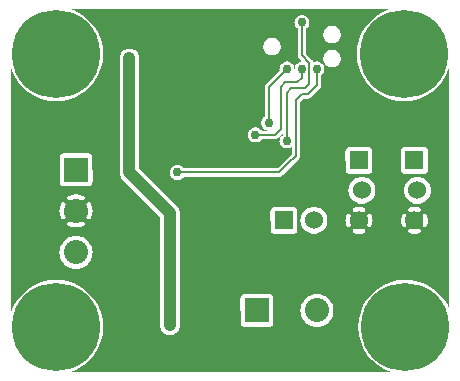
<source format=gbr>
G04 start of page 3 for group 1 idx 1 *
G04 Title: (unknown), bottom *
G04 Creator: pcb 20140316 *
G04 CreationDate: Tue 12 Jul 2016 01:46:57 AM GMT UTC *
G04 For: ndholmes *
G04 Format: Gerber/RS-274X *
G04 PCB-Dimensions (mil): 1500.00 1250.00 *
G04 PCB-Coordinate-Origin: lower left *
%MOIN*%
%FSLAX25Y25*%
%LNBOTTOM*%
%ADD47C,0.0380*%
%ADD46C,0.0480*%
%ADD45C,0.0472*%
%ADD44C,0.0390*%
%ADD43C,0.1285*%
%ADD42C,0.0150*%
%ADD41C,0.0140*%
%ADD40C,0.0300*%
%ADD39C,0.0600*%
%ADD38C,0.0800*%
%ADD37C,0.2937*%
%ADD36C,0.0400*%
%ADD35C,0.0080*%
%ADD34C,0.0001*%
G54D34*G36*
X88995Y79600D02*X89945D01*
X90000Y79596D01*
X90220Y79613D01*
X90434Y79664D01*
X90638Y79749D01*
X90825Y79864D01*
X90993Y80007D01*
X91029Y80049D01*
X92600Y81620D01*
Y81074D01*
X92526Y81029D01*
X92227Y80773D01*
X91971Y80474D01*
X91766Y80138D01*
X91615Y79775D01*
X91523Y79392D01*
X91492Y79000D01*
X91523Y78608D01*
X91615Y78225D01*
X91766Y77862D01*
X91971Y77526D01*
X92227Y77227D01*
X92526Y76971D01*
X92862Y76766D01*
X93225Y76615D01*
X93608Y76523D01*
X94000Y76492D01*
X94392Y76523D01*
X94775Y76615D01*
X95138Y76766D01*
X95474Y76971D01*
X95600Y77079D01*
Y74580D01*
X90920Y69900D01*
X88995D01*
Y79600D01*
G37*
G36*
X118000Y14378D02*X118538Y12138D01*
X119482Y9858D01*
X120772Y7753D01*
X122376Y5876D01*
X124253Y4272D01*
X126358Y2982D01*
X128638Y2038D01*
X128795Y2000D01*
X118000D01*
Y14378D01*
G37*
G36*
X140113Y93970D02*X140142Y93982D01*
X142247Y95272D01*
X144124Y96876D01*
X145728Y98753D01*
X147018Y100858D01*
X147962Y103138D01*
X148000Y103295D01*
Y22978D01*
X147518Y24142D01*
X146228Y26247D01*
X144624Y28124D01*
X142747Y29728D01*
X140642Y31018D01*
X140113Y31237D01*
Y50353D01*
X140156Y50360D01*
X140268Y50397D01*
X140373Y50452D01*
X140468Y50522D01*
X140551Y50606D01*
X140619Y50702D01*
X140670Y50808D01*
X140818Y51216D01*
X140922Y51637D01*
X140984Y52067D01*
X141005Y52500D01*
X140984Y52933D01*
X140922Y53363D01*
X140818Y53784D01*
X140675Y54194D01*
X140622Y54300D01*
X140553Y54396D01*
X140470Y54481D01*
X140375Y54551D01*
X140269Y54606D01*
X140157Y54643D01*
X140113Y54651D01*
Y58824D01*
X140153Y58848D01*
X140692Y59308D01*
X141152Y59847D01*
X141522Y60451D01*
X141793Y61105D01*
X141958Y61794D01*
X142000Y62500D01*
X141958Y63206D01*
X141793Y63895D01*
X141522Y64549D01*
X141152Y65153D01*
X140692Y65692D01*
X140153Y66152D01*
X140113Y66176D01*
Y68130D01*
X140183Y68159D01*
X140384Y68283D01*
X140564Y68436D01*
X140717Y68616D01*
X140841Y68817D01*
X140931Y69035D01*
X140986Y69265D01*
X141000Y69500D01*
X140986Y75735D01*
X140931Y75965D01*
X140841Y76183D01*
X140717Y76384D01*
X140564Y76564D01*
X140384Y76717D01*
X140183Y76841D01*
X140113Y76870D01*
Y93970D01*
G37*
G36*
Y66176D02*X139549Y66522D01*
X138895Y66793D01*
X138206Y66958D01*
X137500Y67014D01*
X136794Y66958D01*
X136500Y66888D01*
Y68007D01*
X139735Y68014D01*
X139965Y68069D01*
X140113Y68130D01*
Y66176D01*
G37*
G36*
Y31237D02*X138362Y31962D01*
X136500Y32409D01*
Y47995D01*
X136933Y48016D01*
X137363Y48078D01*
X137784Y48182D01*
X138194Y48325D01*
X138300Y48378D01*
X138396Y48447D01*
X138481Y48530D01*
X138551Y48625D01*
X138606Y48731D01*
X138643Y48843D01*
X138663Y48960D01*
X138664Y49079D01*
X138646Y49196D01*
X138610Y49309D01*
X138557Y49415D01*
X138488Y49512D01*
X138405Y49596D01*
X138309Y49667D01*
X138204Y49721D01*
X138092Y49759D01*
X137975Y49778D01*
X137856Y49779D01*
X137739Y49761D01*
X137626Y49723D01*
X137355Y49624D01*
X137075Y49556D01*
X136789Y49514D01*
X136500Y49500D01*
Y55500D01*
X136789Y55486D01*
X137075Y55444D01*
X137355Y55376D01*
X137628Y55280D01*
X137739Y55242D01*
X137856Y55225D01*
X137974Y55225D01*
X138091Y55245D01*
X138203Y55282D01*
X138307Y55336D01*
X138402Y55406D01*
X138485Y55491D01*
X138554Y55587D01*
X138607Y55692D01*
X138643Y55805D01*
X138660Y55921D01*
X138659Y56039D01*
X138640Y56156D01*
X138603Y56268D01*
X138548Y56373D01*
X138478Y56468D01*
X138394Y56551D01*
X138298Y56619D01*
X138192Y56670D01*
X137784Y56818D01*
X137363Y56922D01*
X136933Y56984D01*
X136500Y57005D01*
Y58112D01*
X136794Y58042D01*
X137500Y57986D01*
X138206Y58042D01*
X138895Y58207D01*
X139549Y58478D01*
X140113Y58824D01*
Y54651D01*
X140040Y54663D01*
X139921Y54664D01*
X139804Y54646D01*
X139691Y54610D01*
X139585Y54557D01*
X139488Y54488D01*
X139404Y54405D01*
X139333Y54309D01*
X139279Y54204D01*
X139241Y54092D01*
X139222Y53975D01*
X139221Y53856D01*
X139239Y53739D01*
X139277Y53626D01*
X139376Y53355D01*
X139444Y53075D01*
X139486Y52789D01*
X139500Y52500D01*
X139486Y52211D01*
X139444Y51925D01*
X139376Y51645D01*
X139280Y51372D01*
X139242Y51261D01*
X139225Y51144D01*
X139225Y51026D01*
X139245Y50909D01*
X139282Y50797D01*
X139336Y50693D01*
X139406Y50598D01*
X139491Y50515D01*
X139587Y50446D01*
X139692Y50393D01*
X139805Y50357D01*
X139921Y50340D01*
X140039Y50341D01*
X140113Y50353D01*
Y31237D01*
G37*
G36*
X136500Y92711D02*X137862Y93038D01*
X140113Y93970D01*
Y76870D01*
X139965Y76931D01*
X139735Y76986D01*
X139500Y77000D01*
X136500Y76993D01*
Y92711D01*
G37*
G36*
X132887Y68130D02*X133035Y68069D01*
X133265Y68014D01*
X133500Y68000D01*
X136500Y68007D01*
Y66888D01*
X136105Y66793D01*
X135451Y66522D01*
X134847Y66152D01*
X134308Y65692D01*
X133848Y65153D01*
X133478Y64549D01*
X133207Y63895D01*
X133042Y63206D01*
X132986Y62500D01*
X133042Y61794D01*
X133207Y61105D01*
X133478Y60451D01*
X133848Y59847D01*
X134308Y59308D01*
X134847Y58848D01*
X135451Y58478D01*
X136105Y58207D01*
X136500Y58112D01*
Y57005D01*
X136067Y56984D01*
X135637Y56922D01*
X135216Y56818D01*
X134806Y56675D01*
X134700Y56622D01*
X134604Y56553D01*
X134519Y56470D01*
X134449Y56375D01*
X134394Y56269D01*
X134357Y56157D01*
X134337Y56040D01*
X134336Y55921D01*
X134354Y55804D01*
X134390Y55691D01*
X134443Y55585D01*
X134512Y55488D01*
X134595Y55404D01*
X134691Y55333D01*
X134796Y55279D01*
X134908Y55241D01*
X135025Y55222D01*
X135144Y55221D01*
X135261Y55239D01*
X135374Y55277D01*
X135645Y55376D01*
X135925Y55444D01*
X136211Y55486D01*
X136500Y55500D01*
Y49500D01*
X136211Y49514D01*
X135925Y49556D01*
X135645Y49624D01*
X135372Y49720D01*
X135261Y49758D01*
X135144Y49775D01*
X135026Y49775D01*
X134909Y49755D01*
X134797Y49718D01*
X134693Y49664D01*
X134598Y49594D01*
X134515Y49509D01*
X134446Y49413D01*
X134393Y49308D01*
X134357Y49195D01*
X134340Y49079D01*
X134341Y48961D01*
X134360Y48844D01*
X134397Y48732D01*
X134452Y48627D01*
X134522Y48532D01*
X134606Y48449D01*
X134702Y48381D01*
X134808Y48330D01*
X135216Y48182D01*
X135637Y48078D01*
X136067Y48016D01*
X136500Y47995D01*
Y32409D01*
X135961Y32539D01*
X133500Y32732D01*
X132887Y32684D01*
Y50349D01*
X132960Y50337D01*
X133079Y50336D01*
X133196Y50354D01*
X133309Y50390D01*
X133415Y50443D01*
X133512Y50512D01*
X133596Y50595D01*
X133667Y50691D01*
X133721Y50796D01*
X133759Y50908D01*
X133778Y51025D01*
X133779Y51144D01*
X133761Y51261D01*
X133723Y51374D01*
X133624Y51645D01*
X133556Y51925D01*
X133514Y52211D01*
X133500Y52500D01*
X133514Y52789D01*
X133556Y53075D01*
X133624Y53355D01*
X133720Y53628D01*
X133758Y53739D01*
X133775Y53856D01*
X133775Y53974D01*
X133755Y54091D01*
X133718Y54203D01*
X133664Y54307D01*
X133594Y54402D01*
X133509Y54485D01*
X133413Y54554D01*
X133308Y54607D01*
X133195Y54643D01*
X133079Y54660D01*
X132961Y54659D01*
X132887Y54647D01*
Y68130D01*
G37*
G36*
Y92277D02*X133000Y92268D01*
X135461Y92461D01*
X136500Y92711D01*
Y76993D01*
X133265Y76986D01*
X133035Y76931D01*
X132887Y76870D01*
Y92277D01*
G37*
G36*
X121613Y97183D02*X121876Y96876D01*
X123753Y95272D01*
X125858Y93982D01*
X128138Y93038D01*
X130539Y92461D01*
X132887Y92277D01*
Y76870D01*
X132817Y76841D01*
X132616Y76717D01*
X132436Y76564D01*
X132283Y76384D01*
X132159Y76183D01*
X132069Y75965D01*
X132014Y75735D01*
X132000Y75500D01*
X132014Y69265D01*
X132069Y69035D01*
X132159Y68817D01*
X132283Y68616D01*
X132436Y68436D01*
X132616Y68283D01*
X132817Y68159D01*
X132887Y68130D01*
Y54647D01*
X132844Y54640D01*
X132732Y54603D01*
X132627Y54548D01*
X132532Y54478D01*
X132449Y54394D01*
X132381Y54298D01*
X132330Y54192D01*
X132182Y53784D01*
X132078Y53363D01*
X132016Y52933D01*
X131995Y52500D01*
X132016Y52067D01*
X132078Y51637D01*
X132182Y51216D01*
X132325Y50806D01*
X132378Y50700D01*
X132447Y50604D01*
X132530Y50519D01*
X132625Y50449D01*
X132731Y50394D01*
X132843Y50357D01*
X132887Y50349D01*
Y32684D01*
X131039Y32539D01*
X128638Y31962D01*
X126358Y31018D01*
X124253Y29728D01*
X122376Y28124D01*
X121613Y27232D01*
Y50353D01*
X121656Y50360D01*
X121768Y50397D01*
X121873Y50452D01*
X121968Y50522D01*
X122051Y50606D01*
X122119Y50702D01*
X122170Y50808D01*
X122318Y51216D01*
X122422Y51637D01*
X122484Y52067D01*
X122505Y52500D01*
X122484Y52933D01*
X122422Y53363D01*
X122318Y53784D01*
X122175Y54194D01*
X122122Y54300D01*
X122053Y54396D01*
X121970Y54481D01*
X121875Y54551D01*
X121769Y54606D01*
X121657Y54643D01*
X121613Y54651D01*
Y58824D01*
X121653Y58848D01*
X122192Y59308D01*
X122652Y59847D01*
X123022Y60451D01*
X123293Y61105D01*
X123458Y61794D01*
X123500Y62500D01*
X123458Y63206D01*
X123293Y63895D01*
X123022Y64549D01*
X122652Y65153D01*
X122192Y65692D01*
X121653Y66152D01*
X121613Y66176D01*
Y68130D01*
X121683Y68159D01*
X121884Y68283D01*
X122064Y68436D01*
X122217Y68616D01*
X122341Y68817D01*
X122431Y69035D01*
X122486Y69265D01*
X122500Y69500D01*
X122486Y75735D01*
X122431Y75965D01*
X122341Y76183D01*
X122217Y76384D01*
X122064Y76564D01*
X121884Y76717D01*
X121683Y76841D01*
X121613Y76870D01*
Y97183D01*
G37*
G36*
Y66176D02*X121049Y66522D01*
X120395Y66793D01*
X119706Y66958D01*
X119000Y67014D01*
X118294Y66958D01*
X118000Y66888D01*
Y68007D01*
X121235Y68014D01*
X121465Y68069D01*
X121613Y68130D01*
Y66176D01*
G37*
G36*
Y27232D02*X120772Y26247D01*
X119482Y24142D01*
X118538Y21862D01*
X118000Y19622D01*
Y47995D01*
X118433Y48016D01*
X118863Y48078D01*
X119284Y48182D01*
X119694Y48325D01*
X119800Y48378D01*
X119896Y48447D01*
X119981Y48530D01*
X120051Y48625D01*
X120106Y48731D01*
X120143Y48843D01*
X120163Y48960D01*
X120164Y49079D01*
X120146Y49196D01*
X120110Y49309D01*
X120057Y49415D01*
X119988Y49512D01*
X119905Y49596D01*
X119809Y49667D01*
X119704Y49721D01*
X119592Y49759D01*
X119475Y49778D01*
X119356Y49779D01*
X119239Y49761D01*
X119126Y49723D01*
X118855Y49624D01*
X118575Y49556D01*
X118289Y49514D01*
X118000Y49500D01*
Y55500D01*
X118289Y55486D01*
X118575Y55444D01*
X118855Y55376D01*
X119128Y55280D01*
X119239Y55242D01*
X119356Y55225D01*
X119474Y55225D01*
X119591Y55245D01*
X119703Y55282D01*
X119807Y55336D01*
X119902Y55406D01*
X119985Y55491D01*
X120054Y55587D01*
X120107Y55692D01*
X120143Y55805D01*
X120160Y55921D01*
X120159Y56039D01*
X120140Y56156D01*
X120103Y56268D01*
X120048Y56373D01*
X119978Y56468D01*
X119894Y56551D01*
X119798Y56619D01*
X119692Y56670D01*
X119284Y56818D01*
X118863Y56922D01*
X118433Y56984D01*
X118000Y57005D01*
Y58112D01*
X118294Y58042D01*
X119000Y57986D01*
X119706Y58042D01*
X120395Y58207D01*
X121049Y58478D01*
X121613Y58824D01*
Y54651D01*
X121540Y54663D01*
X121421Y54664D01*
X121304Y54646D01*
X121191Y54610D01*
X121085Y54557D01*
X120988Y54488D01*
X120904Y54405D01*
X120833Y54309D01*
X120779Y54204D01*
X120741Y54092D01*
X120722Y53975D01*
X120721Y53856D01*
X120739Y53739D01*
X120777Y53626D01*
X120876Y53355D01*
X120944Y53075D01*
X120986Y52789D01*
X121000Y52500D01*
X120986Y52211D01*
X120944Y51925D01*
X120876Y51645D01*
X120780Y51372D01*
X120742Y51261D01*
X120725Y51144D01*
X120725Y51026D01*
X120745Y50909D01*
X120782Y50797D01*
X120836Y50693D01*
X120906Y50598D01*
X120991Y50515D01*
X121087Y50446D01*
X121192Y50393D01*
X121305Y50357D01*
X121421Y50340D01*
X121539Y50341D01*
X121613Y50353D01*
Y27232D01*
G37*
G36*
X118000Y103295D02*X118038Y103138D01*
X118982Y100858D01*
X120272Y98753D01*
X121613Y97183D01*
Y76870D01*
X121465Y76931D01*
X121235Y76986D01*
X121000Y77000D01*
X118000Y76993D01*
Y103295D01*
G37*
G36*
Y123000D02*X128295D01*
X128138Y122962D01*
X125858Y122018D01*
X123753Y120728D01*
X121876Y119124D01*
X120272Y117247D01*
X118982Y115142D01*
X118038Y112862D01*
X118000Y112705D01*
Y123000D01*
G37*
G36*
X114387Y68130D02*X114535Y68069D01*
X114765Y68014D01*
X115000Y68000D01*
X118000Y68007D01*
Y66888D01*
X117605Y66793D01*
X116951Y66522D01*
X116347Y66152D01*
X115808Y65692D01*
X115348Y65153D01*
X114978Y64549D01*
X114707Y63895D01*
X114542Y63206D01*
X114486Y62500D01*
X114542Y61794D01*
X114707Y61105D01*
X114978Y60451D01*
X115348Y59847D01*
X115808Y59308D01*
X116347Y58848D01*
X116951Y58478D01*
X117605Y58207D01*
X118000Y58112D01*
Y57005D01*
X117567Y56984D01*
X117137Y56922D01*
X116716Y56818D01*
X116306Y56675D01*
X116200Y56622D01*
X116104Y56553D01*
X116019Y56470D01*
X115949Y56375D01*
X115894Y56269D01*
X115857Y56157D01*
X115837Y56040D01*
X115836Y55921D01*
X115854Y55804D01*
X115890Y55691D01*
X115943Y55585D01*
X116012Y55488D01*
X116095Y55404D01*
X116191Y55333D01*
X116296Y55279D01*
X116408Y55241D01*
X116525Y55222D01*
X116644Y55221D01*
X116761Y55239D01*
X116874Y55277D01*
X117145Y55376D01*
X117425Y55444D01*
X117711Y55486D01*
X118000Y55500D01*
Y49500D01*
X117711Y49514D01*
X117425Y49556D01*
X117145Y49624D01*
X116872Y49720D01*
X116761Y49758D01*
X116644Y49775D01*
X116526Y49775D01*
X116409Y49755D01*
X116297Y49718D01*
X116193Y49664D01*
X116098Y49594D01*
X116015Y49509D01*
X115946Y49413D01*
X115893Y49308D01*
X115857Y49195D01*
X115840Y49079D01*
X115841Y48961D01*
X115860Y48844D01*
X115897Y48732D01*
X115952Y48627D01*
X116022Y48532D01*
X116106Y48449D01*
X116202Y48381D01*
X116308Y48330D01*
X116716Y48182D01*
X117137Y48078D01*
X117567Y48016D01*
X118000Y47995D01*
Y19622D01*
X117961Y19461D01*
X117768Y17000D01*
X117961Y14539D01*
X118000Y14378D01*
Y2000D01*
X114387D01*
Y50349D01*
X114460Y50337D01*
X114579Y50336D01*
X114696Y50354D01*
X114809Y50390D01*
X114915Y50443D01*
X115012Y50512D01*
X115096Y50595D01*
X115167Y50691D01*
X115221Y50796D01*
X115259Y50908D01*
X115278Y51025D01*
X115279Y51144D01*
X115261Y51261D01*
X115223Y51374D01*
X115124Y51645D01*
X115056Y51925D01*
X115014Y52211D01*
X115000Y52500D01*
X115014Y52789D01*
X115056Y53075D01*
X115124Y53355D01*
X115220Y53628D01*
X115258Y53739D01*
X115275Y53856D01*
X115275Y53974D01*
X115255Y54091D01*
X115218Y54203D01*
X115164Y54307D01*
X115094Y54402D01*
X115009Y54485D01*
X114913Y54554D01*
X114808Y54607D01*
X114695Y54643D01*
X114579Y54660D01*
X114461Y54659D01*
X114387Y54647D01*
Y68130D01*
G37*
G36*
Y123000D02*X118000D01*
Y112705D01*
X117461Y110461D01*
X117268Y108000D01*
X117461Y105539D01*
X118000Y103295D01*
Y76993D01*
X114765Y76986D01*
X114535Y76931D01*
X114387Y76870D01*
Y123000D01*
G37*
G36*
X108995D02*X114387D01*
Y76870D01*
X114317Y76841D01*
X114116Y76717D01*
X113936Y76564D01*
X113783Y76384D01*
X113659Y76183D01*
X113569Y75965D01*
X113514Y75735D01*
X113500Y75500D01*
X113514Y69265D01*
X113569Y69035D01*
X113659Y68817D01*
X113783Y68616D01*
X113936Y68436D01*
X114116Y68283D01*
X114317Y68159D01*
X114387Y68130D01*
Y54647D01*
X114344Y54640D01*
X114232Y54603D01*
X114127Y54548D01*
X114032Y54478D01*
X113949Y54394D01*
X113881Y54298D01*
X113830Y54192D01*
X113682Y53784D01*
X113578Y53363D01*
X113516Y52933D01*
X113495Y52500D01*
X113516Y52067D01*
X113578Y51637D01*
X113682Y51216D01*
X113825Y50806D01*
X113878Y50700D01*
X113947Y50604D01*
X114030Y50519D01*
X114125Y50449D01*
X114231Y50394D01*
X114343Y50357D01*
X114387Y50349D01*
Y2000D01*
X108995D01*
Y20188D01*
X109247Y20795D01*
X109449Y21637D01*
X109500Y22500D01*
X109449Y23363D01*
X109247Y24205D01*
X108995Y24812D01*
Y103541D01*
X109000Y103541D01*
X109463Y103577D01*
X109914Y103686D01*
X110343Y103863D01*
X110739Y104106D01*
X111092Y104408D01*
X111394Y104761D01*
X111637Y105157D01*
X111814Y105586D01*
X111923Y106037D01*
X111950Y106500D01*
X111923Y106963D01*
X111814Y107414D01*
X111637Y107843D01*
X111394Y108239D01*
X111092Y108592D01*
X110739Y108894D01*
X110343Y109137D01*
X109914Y109314D01*
X109463Y109423D01*
X109000Y109459D01*
X108995Y109459D01*
Y111541D01*
X109000Y111541D01*
X109463Y111577D01*
X109914Y111686D01*
X110343Y111863D01*
X110739Y112106D01*
X111092Y112408D01*
X111394Y112761D01*
X111637Y113157D01*
X111814Y113586D01*
X111923Y114037D01*
X111950Y114500D01*
X111923Y114963D01*
X111814Y115414D01*
X111637Y115843D01*
X111394Y116239D01*
X111092Y116592D01*
X110739Y116894D01*
X110343Y117137D01*
X109914Y117314D01*
X109463Y117423D01*
X109000Y117459D01*
X108995Y117459D01*
Y123000D01*
G37*
G36*
X102993Y17086D02*X103137Y17051D01*
X104000Y16983D01*
X104863Y17051D01*
X105705Y17253D01*
X106505Y17584D01*
X107243Y18037D01*
X107901Y18599D01*
X108463Y19257D01*
X108916Y19995D01*
X108995Y20188D01*
Y2000D01*
X102993D01*
Y17086D01*
G37*
G36*
Y123000D02*X108995D01*
Y117459D01*
X108537Y117423D01*
X108086Y117314D01*
X107657Y117137D01*
X107261Y116894D01*
X106908Y116592D01*
X106606Y116239D01*
X106363Y115843D01*
X106186Y115414D01*
X106077Y114963D01*
X106041Y114500D01*
X106077Y114037D01*
X106186Y113586D01*
X106363Y113157D01*
X106606Y112761D01*
X106908Y112408D01*
X107261Y112106D01*
X107657Y111863D01*
X108086Y111686D01*
X108537Y111577D01*
X108995Y111541D01*
Y109459D01*
X108537Y109423D01*
X108086Y109314D01*
X107657Y109137D01*
X107261Y108894D01*
X106908Y108592D01*
X106606Y108239D01*
X106363Y107843D01*
X106186Y107414D01*
X106077Y106963D01*
X106041Y106500D01*
X106077Y106037D01*
X106186Y105586D01*
X106363Y105157D01*
X106606Y104761D01*
X106908Y104408D01*
X107261Y104106D01*
X107657Y103863D01*
X108086Y103686D01*
X108537Y103577D01*
X108995Y103541D01*
Y24812D01*
X108916Y25005D01*
X108463Y25743D01*
X107901Y26401D01*
X107243Y26963D01*
X106505Y27416D01*
X105705Y27747D01*
X104863Y27949D01*
X104000Y28017D01*
X103137Y27949D01*
X102993Y27914D01*
Y47987D01*
X103000Y47986D01*
X103706Y48042D01*
X104395Y48207D01*
X105049Y48478D01*
X105653Y48848D01*
X106192Y49308D01*
X106652Y49847D01*
X107022Y50451D01*
X107293Y51105D01*
X107458Y51794D01*
X107500Y52500D01*
X107458Y53206D01*
X107293Y53895D01*
X107022Y54549D01*
X106652Y55153D01*
X106192Y55692D01*
X105653Y56152D01*
X105049Y56522D01*
X104395Y56793D01*
X103706Y56958D01*
X103000Y57014D01*
X102993Y57013D01*
Y94513D01*
X104951Y96471D01*
X104993Y96507D01*
X105136Y96674D01*
X105136Y96675D01*
X105251Y96862D01*
X105336Y97066D01*
X105387Y97280D01*
X105404Y97500D01*
X105400Y97555D01*
Y100926D01*
X105474Y100971D01*
X105773Y101227D01*
X106029Y101526D01*
X106234Y101862D01*
X106385Y102225D01*
X106477Y102608D01*
X106500Y103000D01*
X106477Y103392D01*
X106385Y103775D01*
X106234Y104138D01*
X106029Y104474D01*
X105773Y104773D01*
X105474Y105029D01*
X105138Y105234D01*
X104775Y105385D01*
X104392Y105477D01*
X104000Y105508D01*
X103608Y105477D01*
X103225Y105385D01*
X102993Y105289D01*
Y123000D01*
G37*
G36*
Y27914D02*X102295Y27747D01*
X101495Y27416D01*
X100757Y26963D01*
X100099Y26401D01*
X99537Y25743D01*
X99084Y25005D01*
X98753Y24205D01*
X98551Y23363D01*
X98483Y22500D01*
X98551Y21637D01*
X98753Y20795D01*
X99084Y19995D01*
X99537Y19257D01*
X100099Y18599D01*
X100757Y18037D01*
X101495Y17584D01*
X102295Y17253D01*
X102993Y17086D01*
Y2000D01*
X88995D01*
Y17378D01*
X89064Y17436D01*
X89217Y17616D01*
X89341Y17817D01*
X89431Y18035D01*
X89486Y18265D01*
X89500Y18500D01*
X89486Y26735D01*
X89431Y26965D01*
X89341Y27183D01*
X89217Y27384D01*
X89064Y27564D01*
X88995Y27622D01*
Y48385D01*
X89116Y48283D01*
X89317Y48159D01*
X89535Y48069D01*
X89765Y48014D01*
X90000Y48000D01*
X96235Y48014D01*
X96465Y48069D01*
X96683Y48159D01*
X96884Y48283D01*
X97064Y48436D01*
X97217Y48616D01*
X97341Y48817D01*
X97431Y49035D01*
X97486Y49265D01*
X97500Y49500D01*
X97486Y55735D01*
X97431Y55965D01*
X97341Y56183D01*
X97217Y56384D01*
X97064Y56564D01*
X96884Y56717D01*
X96683Y56841D01*
X96465Y56931D01*
X96235Y56986D01*
X96000Y57000D01*
X89765Y56986D01*
X89535Y56931D01*
X89317Y56841D01*
X89116Y56717D01*
X88995Y56615D01*
Y67100D01*
X91445D01*
X91500Y67096D01*
X91720Y67113D01*
X91934Y67164D01*
X92138Y67249D01*
X92325Y67364D01*
X92493Y67507D01*
X92529Y67549D01*
X97951Y72971D01*
X97993Y73007D01*
X98136Y73174D01*
X98136Y73175D01*
X98251Y73362D01*
X98336Y73566D01*
X98387Y73780D01*
X98404Y74000D01*
X98400Y74055D01*
Y91920D01*
X99580Y93100D01*
X100945D01*
X101000Y93096D01*
X101220Y93113D01*
X101434Y93164D01*
X101638Y93249D01*
X101825Y93364D01*
X101993Y93507D01*
X102029Y93549D01*
X102993Y94513D01*
Y57013D01*
X102294Y56958D01*
X101605Y56793D01*
X100951Y56522D01*
X100347Y56152D01*
X99808Y55692D01*
X99348Y55153D01*
X98978Y54549D01*
X98707Y53895D01*
X98542Y53206D01*
X98486Y52500D01*
X98542Y51794D01*
X98707Y51105D01*
X98978Y50451D01*
X99348Y49847D01*
X99808Y49308D01*
X100347Y48848D01*
X100951Y48478D01*
X101605Y48207D01*
X102294Y48042D01*
X102993Y47987D01*
Y27914D01*
G37*
G36*
X88995Y123000D02*X102993D01*
Y105289D01*
X102882Y105243D01*
X102836Y105434D01*
X102751Y105638D01*
X102636Y105825D01*
X102636Y105826D01*
X102493Y105993D01*
X102451Y106029D01*
X100400Y108080D01*
Y116426D01*
X100474Y116471D01*
X100773Y116727D01*
X101029Y117026D01*
X101234Y117362D01*
X101385Y117725D01*
X101477Y118108D01*
X101500Y118500D01*
X101477Y118892D01*
X101385Y119275D01*
X101234Y119638D01*
X101029Y119974D01*
X100773Y120273D01*
X100474Y120529D01*
X100138Y120734D01*
X99775Y120885D01*
X99392Y120977D01*
X99000Y121008D01*
X98608Y120977D01*
X98225Y120885D01*
X97862Y120734D01*
X97526Y120529D01*
X97227Y120273D01*
X96971Y119974D01*
X96766Y119638D01*
X96615Y119275D01*
X96523Y118892D01*
X96492Y118500D01*
X96523Y118108D01*
X96615Y117725D01*
X96766Y117362D01*
X96971Y117026D01*
X97227Y116727D01*
X97526Y116471D01*
X97600Y116426D01*
Y107555D01*
X97596Y107500D01*
X97613Y107280D01*
X97664Y107066D01*
X97749Y106862D01*
X97864Y106675D01*
X97864Y106674D01*
X98007Y106507D01*
X98049Y106471D01*
X99013Y105507D01*
X99000Y105508D01*
X98608Y105477D01*
X98225Y105385D01*
X97862Y105234D01*
X97526Y105029D01*
X97227Y104773D01*
X96971Y104474D01*
X96766Y104138D01*
X96615Y103775D01*
X96523Y103392D01*
X96497Y103056D01*
X96477Y103392D01*
X96385Y103775D01*
X96234Y104138D01*
X96029Y104474D01*
X95773Y104773D01*
X95474Y105029D01*
X95138Y105234D01*
X94775Y105385D01*
X94392Y105477D01*
X94000Y105508D01*
X93608Y105477D01*
X93225Y105385D01*
X92862Y105234D01*
X92526Y105029D01*
X92227Y104773D01*
X91971Y104474D01*
X91766Y104138D01*
X91615Y103775D01*
X91523Y103392D01*
X91492Y103000D01*
X91523Y102608D01*
X91543Y102523D01*
X88995Y99975D01*
Y107541D01*
X89000Y107541D01*
X89463Y107577D01*
X89914Y107686D01*
X90343Y107863D01*
X90739Y108106D01*
X91092Y108408D01*
X91394Y108761D01*
X91637Y109157D01*
X91814Y109586D01*
X91923Y110037D01*
X91950Y110500D01*
X91923Y110963D01*
X91814Y111414D01*
X91637Y111843D01*
X91394Y112239D01*
X91092Y112592D01*
X90739Y112894D01*
X90343Y113137D01*
X89914Y113314D01*
X89463Y113423D01*
X89000Y113459D01*
X88995Y113459D01*
Y123000D01*
G37*
G36*
Y27622D02*X88884Y27717D01*
X88683Y27841D01*
X88465Y27931D01*
X88235Y27986D01*
X88000Y28000D01*
X80746Y27988D01*
Y67100D01*
X88995D01*
Y56615D01*
X88936Y56564D01*
X88783Y56384D01*
X88659Y56183D01*
X88569Y55965D01*
X88514Y55735D01*
X88500Y55500D01*
X88514Y49265D01*
X88569Y49035D01*
X88659Y48817D01*
X88783Y48616D01*
X88936Y48436D01*
X88995Y48385D01*
Y27622D01*
G37*
G36*
Y2000D02*X80746D01*
Y17001D01*
X88235Y17014D01*
X88465Y17069D01*
X88683Y17159D01*
X88884Y17283D01*
X88995Y17378D01*
Y2000D01*
G37*
G36*
X80746Y123000D02*X88995D01*
Y113459D01*
X88537Y113423D01*
X88086Y113314D01*
X87657Y113137D01*
X87261Y112894D01*
X86908Y112592D01*
X86606Y112239D01*
X86363Y111843D01*
X86186Y111414D01*
X86077Y110963D01*
X86041Y110500D01*
X86077Y110037D01*
X86186Y109586D01*
X86363Y109157D01*
X86606Y108761D01*
X86908Y108408D01*
X87261Y108106D01*
X87657Y107863D01*
X88086Y107686D01*
X88537Y107577D01*
X88995Y107541D01*
Y99975D01*
X87049Y98029D01*
X87007Y97993D01*
X86864Y97825D01*
X86749Y97638D01*
X86664Y97434D01*
X86613Y97220D01*
X86613Y97219D01*
X86596Y97000D01*
X86600Y96945D01*
Y87191D01*
X86467Y87110D01*
X86156Y86844D01*
X85890Y86533D01*
X85676Y86184D01*
X85520Y85806D01*
X85424Y85408D01*
X85392Y85000D01*
X85424Y84592D01*
X85520Y84194D01*
X85676Y83816D01*
X85890Y83467D01*
X86156Y83156D01*
X86467Y82890D01*
X86816Y82676D01*
X87194Y82520D01*
X87592Y82424D01*
X87898Y82400D01*
X85574D01*
X85529Y82474D01*
X85273Y82773D01*
X84974Y83029D01*
X84638Y83234D01*
X84275Y83385D01*
X83892Y83477D01*
X83500Y83508D01*
X83108Y83477D01*
X82725Y83385D01*
X82362Y83234D01*
X82026Y83029D01*
X81727Y82773D01*
X81471Y82474D01*
X81266Y82138D01*
X81115Y81775D01*
X81023Y81392D01*
X80992Y81000D01*
X81023Y80608D01*
X81115Y80225D01*
X81266Y79862D01*
X81471Y79526D01*
X81727Y79227D01*
X82026Y78971D01*
X82362Y78766D01*
X82725Y78615D01*
X83108Y78523D01*
X83500Y78492D01*
X83892Y78523D01*
X84275Y78615D01*
X84638Y78766D01*
X84974Y78971D01*
X85273Y79227D01*
X85529Y79526D01*
X85574Y79600D01*
X88995D01*
Y69900D01*
X80746D01*
Y123000D01*
G37*
G36*
X48250D02*X80746D01*
Y69900D01*
X59574D01*
X59529Y69974D01*
X59273Y70273D01*
X58974Y70529D01*
X58638Y70734D01*
X58275Y70885D01*
X57892Y70977D01*
X57500Y71008D01*
X57108Y70977D01*
X56725Y70885D01*
X56362Y70734D01*
X56026Y70529D01*
X55727Y70273D01*
X55471Y69974D01*
X55266Y69638D01*
X55115Y69275D01*
X55023Y68892D01*
X54992Y68500D01*
X55023Y68108D01*
X55115Y67725D01*
X55266Y67362D01*
X55471Y67026D01*
X55727Y66727D01*
X56026Y66471D01*
X56362Y66266D01*
X56725Y66115D01*
X57108Y66023D01*
X57500Y65992D01*
X57892Y66023D01*
X58275Y66115D01*
X58638Y66266D01*
X58974Y66471D01*
X59273Y66727D01*
X59529Y67026D01*
X59574Y67100D01*
X80746D01*
Y27988D01*
X79765Y27986D01*
X79535Y27931D01*
X79317Y27841D01*
X79116Y27717D01*
X78936Y27564D01*
X78783Y27384D01*
X78659Y27183D01*
X78569Y26965D01*
X78514Y26735D01*
X78500Y26500D01*
X78514Y18265D01*
X78569Y18035D01*
X78659Y17817D01*
X78783Y17616D01*
X78936Y17436D01*
X79116Y17283D01*
X79317Y17159D01*
X79535Y17069D01*
X79765Y17014D01*
X80000Y17000D01*
X80746Y17001D01*
Y2000D01*
X48250D01*
Y57083D01*
X51700Y53633D01*
Y17500D01*
X51731Y16982D01*
X51852Y16477D01*
X52051Y15997D01*
X52322Y15554D01*
X52659Y15159D01*
X53054Y14822D01*
X53497Y14551D01*
X53977Y14352D01*
X54482Y14231D01*
X55000Y14190D01*
X55518Y14231D01*
X56023Y14352D01*
X56503Y14551D01*
X56946Y14822D01*
X57341Y15159D01*
X57678Y15554D01*
X57949Y15997D01*
X58148Y16477D01*
X58269Y16982D01*
X58300Y17500D01*
Y54871D01*
X58310Y55000D01*
X58269Y55517D01*
X58269Y55518D01*
X58148Y56023D01*
X57949Y56503D01*
X57678Y56946D01*
X57341Y57341D01*
X57242Y57425D01*
X48250Y66417D01*
Y123000D01*
G37*
G36*
X28166D02*X48250D01*
Y66417D01*
X44800Y69867D01*
Y106500D01*
X44769Y107018D01*
X44648Y107523D01*
X44449Y108003D01*
X44178Y108446D01*
X43841Y108841D01*
X43446Y109178D01*
X43003Y109449D01*
X42523Y109648D01*
X42018Y109769D01*
X41500Y109810D01*
X40982Y109769D01*
X40477Y109648D01*
X39997Y109449D01*
X39554Y109178D01*
X39159Y108841D01*
X38822Y108446D01*
X38551Y108003D01*
X38352Y107523D01*
X38231Y107018D01*
X38200Y106500D01*
Y68629D01*
X38190Y68500D01*
X38231Y67982D01*
X38231Y67982D01*
X38352Y67477D01*
X38551Y66997D01*
X38822Y66554D01*
X39159Y66159D01*
X39258Y66075D01*
X48250Y57083D01*
Y2000D01*
X28166D01*
Y5924D01*
X29728Y7753D01*
X31018Y9858D01*
X31962Y12138D01*
X32539Y14539D01*
X32684Y17000D01*
X32539Y19461D01*
X31962Y21862D01*
X31018Y24142D01*
X29728Y26247D01*
X28166Y28076D01*
Y38691D01*
X28589Y39381D01*
X28920Y40181D01*
X29122Y41023D01*
X29173Y41886D01*
X29122Y42749D01*
X28920Y43591D01*
X28589Y44391D01*
X28166Y45081D01*
Y52810D01*
X28251Y52846D01*
X28352Y52908D01*
X28442Y52984D01*
X28518Y53074D01*
X28578Y53176D01*
X28795Y53645D01*
X28962Y54134D01*
X29082Y54637D01*
X29155Y55149D01*
X29179Y55665D01*
X29155Y56181D01*
X29082Y56693D01*
X28962Y57196D01*
X28795Y57685D01*
X28583Y58157D01*
X28522Y58258D01*
X28445Y58349D01*
X28355Y58426D01*
X28253Y58488D01*
X28166Y58525D01*
Y64025D01*
X28356Y64104D01*
X28557Y64228D01*
X28737Y64381D01*
X28890Y64561D01*
X29014Y64762D01*
X29104Y64980D01*
X29159Y65210D01*
X29173Y65445D01*
X29159Y73680D01*
X29104Y73910D01*
X29014Y74128D01*
X28890Y74329D01*
X28737Y74509D01*
X28557Y74662D01*
X28356Y74786D01*
X28166Y74865D01*
Y96924D01*
X29728Y98753D01*
X31018Y100858D01*
X31962Y103138D01*
X32539Y105539D01*
X32684Y108000D01*
X32539Y110461D01*
X31962Y112862D01*
X31018Y115142D01*
X29728Y117247D01*
X28166Y119076D01*
Y123000D01*
G37*
G36*
Y74865D02*X28138Y74876D01*
X27908Y74931D01*
X27673Y74945D01*
X23673Y74938D01*
Y93788D01*
X24142Y93982D01*
X26247Y95272D01*
X28124Y96876D01*
X28166Y96924D01*
Y74865D01*
G37*
G36*
Y45081D02*X28136Y45129D01*
X27574Y45787D01*
X26916Y46349D01*
X26178Y46802D01*
X25378Y47133D01*
X24536Y47335D01*
X23673Y47403D01*
Y50159D01*
X24189Y50183D01*
X24701Y50256D01*
X25204Y50376D01*
X25693Y50543D01*
X26165Y50755D01*
X26266Y50816D01*
X26357Y50893D01*
X26434Y50983D01*
X26496Y51085D01*
X26542Y51194D01*
X26570Y51310D01*
X26579Y51428D01*
X26570Y51546D01*
X26543Y51662D01*
X26497Y51772D01*
X26435Y51873D01*
X26359Y51963D01*
X26268Y52041D01*
X26167Y52103D01*
X26058Y52149D01*
X25942Y52176D01*
X25824Y52186D01*
X25705Y52177D01*
X25590Y52149D01*
X25481Y52102D01*
X25141Y51944D01*
X24785Y51823D01*
X24420Y51735D01*
X24048Y51683D01*
X23673Y51665D01*
Y59665D01*
X24048Y59647D01*
X24420Y59595D01*
X24785Y59507D01*
X25141Y59386D01*
X25483Y59232D01*
X25591Y59185D01*
X25706Y59158D01*
X25824Y59148D01*
X25941Y59158D01*
X26056Y59186D01*
X26165Y59231D01*
X26266Y59293D01*
X26355Y59370D01*
X26432Y59460D01*
X26493Y59560D01*
X26538Y59669D01*
X26566Y59784D01*
X26575Y59902D01*
X26565Y60020D01*
X26538Y60134D01*
X26492Y60243D01*
X26430Y60344D01*
X26354Y60434D01*
X26264Y60510D01*
X26162Y60570D01*
X25693Y60787D01*
X25204Y60954D01*
X24701Y61074D01*
X24189Y61147D01*
X23673Y61171D01*
Y63952D01*
X27908Y63959D01*
X28138Y64014D01*
X28166Y64025D01*
Y58525D01*
X28144Y58534D01*
X28028Y58562D01*
X27910Y58571D01*
X27792Y58562D01*
X27676Y58535D01*
X27566Y58489D01*
X27465Y58427D01*
X27375Y58351D01*
X27297Y58260D01*
X27235Y58159D01*
X27189Y58050D01*
X27162Y57934D01*
X27152Y57816D01*
X27161Y57697D01*
X27189Y57582D01*
X27236Y57473D01*
X27394Y57133D01*
X27515Y56777D01*
X27603Y56412D01*
X27655Y56040D01*
X27673Y55665D01*
X27655Y55290D01*
X27603Y54918D01*
X27515Y54553D01*
X27394Y54197D01*
X27240Y53855D01*
X27193Y53747D01*
X27166Y53632D01*
X27156Y53514D01*
X27166Y53397D01*
X27194Y53282D01*
X27239Y53173D01*
X27301Y53072D01*
X27378Y52983D01*
X27468Y52906D01*
X27568Y52845D01*
X27677Y52800D01*
X27792Y52772D01*
X27910Y52763D01*
X28028Y52773D01*
X28142Y52800D01*
X28166Y52810D01*
Y45081D01*
G37*
G36*
Y28076D02*X28124Y28124D01*
X26247Y29728D01*
X24142Y31018D01*
X23673Y31212D01*
Y36369D01*
X24536Y36437D01*
X25378Y36639D01*
X26178Y36970D01*
X26916Y37423D01*
X27574Y37985D01*
X28136Y38643D01*
X28166Y38691D01*
Y28076D01*
G37*
G36*
Y2000D02*X23673D01*
Y2788D01*
X24142Y2982D01*
X26247Y4272D01*
X28124Y5876D01*
X28166Y5924D01*
Y2000D01*
G37*
G36*
X23673Y123000D02*X28166D01*
Y119076D01*
X28124Y119124D01*
X26247Y120728D01*
X24142Y122018D01*
X23673Y122212D01*
Y123000D01*
G37*
G36*
X19180Y64025D02*X19208Y64014D01*
X19438Y63959D01*
X19673Y63945D01*
X23673Y63952D01*
Y61171D01*
X23673D01*
X23157Y61147D01*
X22645Y61074D01*
X22142Y60954D01*
X21653Y60787D01*
X21181Y60575D01*
X21080Y60514D01*
X20989Y60437D01*
X20912Y60347D01*
X20850Y60245D01*
X20804Y60136D01*
X20776Y60020D01*
X20767Y59902D01*
X20776Y59784D01*
X20803Y59668D01*
X20849Y59558D01*
X20911Y59457D01*
X20987Y59367D01*
X21078Y59289D01*
X21179Y59227D01*
X21288Y59181D01*
X21404Y59154D01*
X21522Y59144D01*
X21641Y59153D01*
X21756Y59181D01*
X21865Y59228D01*
X22205Y59386D01*
X22561Y59507D01*
X22926Y59595D01*
X23298Y59647D01*
X23673Y59665D01*
Y51665D01*
X23298Y51683D01*
X22926Y51735D01*
X22561Y51823D01*
X22205Y51944D01*
X21863Y52098D01*
X21755Y52145D01*
X21640Y52172D01*
X21522Y52182D01*
X21405Y52172D01*
X21290Y52144D01*
X21181Y52099D01*
X21080Y52037D01*
X20991Y51960D01*
X20914Y51870D01*
X20853Y51770D01*
X20808Y51661D01*
X20780Y51546D01*
X20771Y51428D01*
X20781Y51310D01*
X20808Y51196D01*
X20854Y51087D01*
X20916Y50986D01*
X20992Y50896D01*
X21082Y50820D01*
X21184Y50760D01*
X21653Y50543D01*
X22142Y50376D01*
X22645Y50256D01*
X23157Y50183D01*
X23673Y50159D01*
X23673D01*
Y47403D01*
X22810Y47335D01*
X21968Y47133D01*
X21168Y46802D01*
X20430Y46349D01*
X19772Y45787D01*
X19210Y45129D01*
X19180Y45081D01*
Y52805D01*
X19202Y52796D01*
X19318Y52768D01*
X19436Y52759D01*
X19554Y52768D01*
X19670Y52795D01*
X19780Y52841D01*
X19881Y52903D01*
X19971Y52979D01*
X20049Y53070D01*
X20111Y53171D01*
X20157Y53280D01*
X20184Y53396D01*
X20194Y53514D01*
X20185Y53633D01*
X20157Y53748D01*
X20110Y53857D01*
X19952Y54197D01*
X19831Y54553D01*
X19743Y54918D01*
X19691Y55290D01*
X19673Y55665D01*
X19691Y56040D01*
X19743Y56412D01*
X19831Y56777D01*
X19952Y57133D01*
X20106Y57475D01*
X20153Y57583D01*
X20180Y57698D01*
X20190Y57816D01*
X20180Y57933D01*
X20152Y58048D01*
X20107Y58157D01*
X20045Y58258D01*
X19968Y58347D01*
X19878Y58424D01*
X19778Y58485D01*
X19669Y58530D01*
X19554Y58558D01*
X19436Y58567D01*
X19318Y58557D01*
X19204Y58530D01*
X19180Y58520D01*
Y64025D01*
G37*
G36*
Y92439D02*X19461Y92461D01*
X21862Y93038D01*
X23673Y93788D01*
Y74938D01*
X19438Y74931D01*
X19208Y74876D01*
X19180Y74865D01*
Y92439D01*
G37*
G36*
X23673Y31212D02*X21862Y31962D01*
X19461Y32539D01*
X19180Y32561D01*
Y38691D01*
X19210Y38643D01*
X19772Y37985D01*
X20430Y37423D01*
X21168Y36970D01*
X21968Y36639D01*
X22810Y36437D01*
X23673Y36369D01*
Y31212D01*
G37*
G36*
X19180Y32561D02*X17000Y32732D01*
X14539Y32539D01*
X12138Y31962D01*
X9858Y31018D01*
X7753Y29728D01*
X5876Y28124D01*
X4272Y26247D01*
X2982Y24142D01*
X2038Y21862D01*
X2000Y21705D01*
Y103295D01*
X2038Y103138D01*
X2982Y100858D01*
X4272Y98753D01*
X5876Y96876D01*
X7753Y95272D01*
X9858Y93982D01*
X12138Y93038D01*
X14539Y92461D01*
X17000Y92268D01*
X19180Y92439D01*
Y74865D01*
X18990Y74786D01*
X18789Y74662D01*
X18609Y74509D01*
X18456Y74329D01*
X18332Y74128D01*
X18242Y73910D01*
X18187Y73680D01*
X18173Y73445D01*
X18187Y65210D01*
X18242Y64980D01*
X18332Y64762D01*
X18456Y64561D01*
X18609Y64381D01*
X18789Y64228D01*
X18990Y64104D01*
X19180Y64025D01*
Y58520D01*
X19095Y58484D01*
X18994Y58422D01*
X18904Y58346D01*
X18828Y58256D01*
X18768Y58154D01*
X18551Y57685D01*
X18384Y57196D01*
X18264Y56693D01*
X18191Y56181D01*
X18167Y55665D01*
X18191Y55149D01*
X18264Y54637D01*
X18384Y54134D01*
X18551Y53645D01*
X18763Y53173D01*
X18824Y53072D01*
X18901Y52981D01*
X18991Y52904D01*
X19093Y52842D01*
X19180Y52805D01*
Y45081D01*
X18757Y44391D01*
X18426Y43591D01*
X18224Y42749D01*
X18156Y41886D01*
X18224Y41023D01*
X18426Y40181D01*
X18757Y39381D01*
X19180Y38691D01*
Y32561D01*
G37*
G36*
X23673Y2000D02*X21705D01*
X21862Y2038D01*
X23673Y2788D01*
Y2000D01*
G37*
G36*
X21705Y123000D02*X23673D01*
Y122212D01*
X21862Y122962D01*
X21705Y123000D01*
G37*
G54D35*X99000Y118500D02*Y107500D01*
X101500Y105000D01*
Y100500D01*
Y98000D02*Y102000D01*
X93500Y98500D02*X97500D01*
X94000Y95000D02*X95500Y96500D01*
X97500Y98500D02*X99000Y100000D01*
Y103000D01*
X104000D02*Y97500D01*
X95500Y96500D02*X100000D01*
X101500Y98000D01*
X104000Y97500D02*X101000Y94500D01*
X99000D01*
X97000Y92500D01*
Y74000D01*
X94500Y71500D01*
X83500Y81000D02*X90000D01*
X92000Y83000D01*
X88000Y85000D02*Y87500D01*
G54D36*X41500Y106500D02*Y94500D01*
Y106500D02*Y68500D01*
X55000Y55000D01*
Y17500D01*
G54D35*X57500Y68500D02*X91500D01*
X95500Y72500D01*
X92000Y83000D02*Y97000D01*
X93500Y98500D01*
X94000Y79000D02*Y95000D01*
X88000Y87000D02*Y97000D01*
X94000Y103000D01*
G54D37*X133500Y17000D03*
X133000Y108000D03*
X17000Y17000D03*
Y108000D03*
G54D34*G36*
X19673Y73445D02*Y65445D01*
X27673D01*
Y73445D01*
X19673D01*
G37*
G54D38*X23673Y55665D03*
Y41886D03*
G54D34*G36*
X80000Y26500D02*Y18500D01*
X88000D01*
Y26500D01*
X80000D01*
G37*
G36*
X90000Y55500D02*Y49500D01*
X96000D01*
Y55500D01*
X90000D01*
G37*
G54D38*X104000Y22500D03*
G54D39*X103000Y52500D03*
G54D34*G36*
X115000Y75500D02*Y69500D01*
X121000D01*
Y75500D01*
X115000D01*
G37*
G54D39*X119000Y62500D03*
X118000Y52500D03*
G54D34*G36*
X133500Y75500D02*Y69500D01*
X139500D01*
Y75500D01*
X133500D01*
G37*
G54D39*X137500Y62500D03*
X136500Y52500D03*
G54D40*X58500Y106500D03*
Y102500D03*
Y98500D03*
X62500D03*
X66500D03*
X104000Y118500D03*
X99000Y103000D03*
X94000D03*
X99000Y118500D03*
X104000Y103000D03*
X66500Y94500D03*
X88000Y85000D03*
X83500Y81000D03*
X94000Y79000D03*
X62500Y94500D03*
X71000Y26500D03*
X58500Y94500D03*
X41500Y98500D03*
Y102500D03*
Y106500D03*
X54500Y94500D03*
Y90500D03*
X57500Y68500D03*
X55000Y25500D03*
Y21500D03*
Y17500D03*
G54D41*G54D42*G54D41*G54D42*G54D41*G54D42*G54D41*G54D42*G54D41*G54D42*G54D43*G54D44*G54D43*G54D45*G54D46*G54D47*G54D46*G54D47*M02*

</source>
